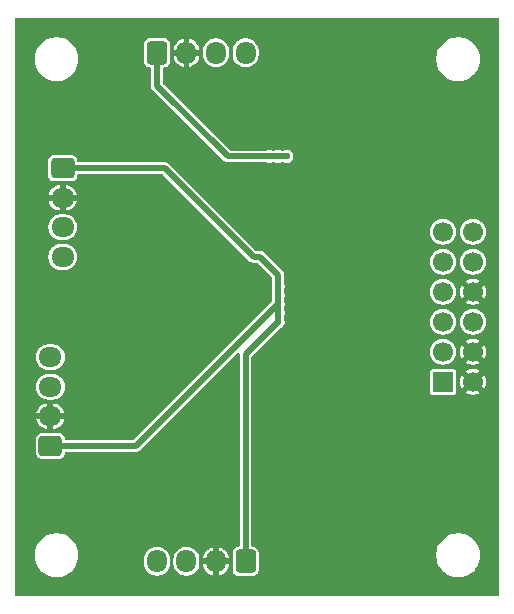
<source format=gbr>
%TF.GenerationSoftware,KiCad,Pcbnew,9.0.6*%
%TF.CreationDate,2025-12-29T21:08:54-05:00*%
%TF.ProjectId,plimsoll,706c696d-736f-46c6-9c2e-6b696361645f,rev?*%
%TF.SameCoordinates,Original*%
%TF.FileFunction,Copper,L4,Bot*%
%TF.FilePolarity,Positive*%
%FSLAX46Y46*%
G04 Gerber Fmt 4.6, Leading zero omitted, Abs format (unit mm)*
G04 Created by KiCad (PCBNEW 9.0.6) date 2025-12-29 21:08:54*
%MOMM*%
%LPD*%
G01*
G04 APERTURE LIST*
G04 Aperture macros list*
%AMRoundRect*
0 Rectangle with rounded corners*
0 $1 Rounding radius*
0 $2 $3 $4 $5 $6 $7 $8 $9 X,Y pos of 4 corners*
0 Add a 4 corners polygon primitive as box body*
4,1,4,$2,$3,$4,$5,$6,$7,$8,$9,$2,$3,0*
0 Add four circle primitives for the rounded corners*
1,1,$1+$1,$2,$3*
1,1,$1+$1,$4,$5*
1,1,$1+$1,$6,$7*
1,1,$1+$1,$8,$9*
0 Add four rect primitives between the rounded corners*
20,1,$1+$1,$2,$3,$4,$5,0*
20,1,$1+$1,$4,$5,$6,$7,0*
20,1,$1+$1,$6,$7,$8,$9,0*
20,1,$1+$1,$8,$9,$2,$3,0*%
G04 Aperture macros list end*
%TA.AperFunction,ComponentPad*%
%ADD10R,1.700000X1.700000*%
%TD*%
%TA.AperFunction,ComponentPad*%
%ADD11C,1.700000*%
%TD*%
%TA.AperFunction,ComponentPad*%
%ADD12RoundRect,0.250000X0.725000X-0.600000X0.725000X0.600000X-0.725000X0.600000X-0.725000X-0.600000X0*%
%TD*%
%TA.AperFunction,ComponentPad*%
%ADD13O,1.950000X1.700000*%
%TD*%
%TA.AperFunction,ComponentPad*%
%ADD14RoundRect,0.250000X0.600000X0.725000X-0.600000X0.725000X-0.600000X-0.725000X0.600000X-0.725000X0*%
%TD*%
%TA.AperFunction,ComponentPad*%
%ADD15O,1.700000X1.950000*%
%TD*%
%TA.AperFunction,ComponentPad*%
%ADD16RoundRect,0.250000X-0.725000X0.600000X-0.725000X-0.600000X0.725000X-0.600000X0.725000X0.600000X0*%
%TD*%
%TA.AperFunction,ComponentPad*%
%ADD17RoundRect,0.250000X-0.600000X-0.725000X0.600000X-0.725000X0.600000X0.725000X-0.600000X0.725000X0*%
%TD*%
%TA.AperFunction,ViaPad*%
%ADD18C,0.600000*%
%TD*%
%TA.AperFunction,Conductor*%
%ADD19C,0.200000*%
%TD*%
%TA.AperFunction,Conductor*%
%ADD20C,0.500000*%
%TD*%
G04 APERTURE END LIST*
D10*
%TO.P,J1,1,Pin_1*%
%TO.N,+5V*%
X136710000Y-131325000D03*
D11*
%TO.P,J1,2,Pin_2*%
%TO.N,GND*%
X139250000Y-131325000D03*
%TO.P,J1,3,Pin_3*%
%TO.N,/RSET*%
X136710000Y-128785000D03*
%TO.P,J1,4,Pin_4*%
%TO.N,GND*%
X139250000Y-128785000D03*
%TO.P,J1,5,Pin_5*%
%TO.N,/~{DRDY}*%
X136710000Y-126245000D03*
%TO.P,J1,6,Pin_6*%
%TO.N,/~{CS}*%
X139250000Y-126245000D03*
%TO.P,J1,7,Pin_7*%
%TO.N,/SCLK*%
X136710000Y-123705000D03*
%TO.P,J1,8,Pin_8*%
%TO.N,GND*%
X139250000Y-123705000D03*
%TO.P,J1,9,Pin_9*%
%TO.N,/DIN*%
X136710000Y-121165000D03*
%TO.P,J1,10,Pin_10*%
%TO.N,/DOUT*%
X139250000Y-121165000D03*
%TO.P,J1,11,Pin_11*%
%TO.N,/EXT_CLK*%
X136710000Y-118625000D03*
%TO.P,J1,12,Pin_12*%
%TO.N,+3V3*%
X139250000Y-118625000D03*
%TD*%
D12*
%TO.P,LC3,1,Pin_1*%
%TO.N,+3.3VADC*%
X103475000Y-136750000D03*
D13*
%TO.P,LC3,2,Pin_2*%
%TO.N,GND*%
X103475000Y-134250000D03*
%TO.P,LC3,3,Pin_3*%
%TO.N,/LC3_Signal-*%
X103475000Y-131750000D03*
%TO.P,LC3,4,Pin_4*%
%TO.N,/LC3_Signal+*%
X103475000Y-129250000D03*
%TD*%
D14*
%TO.P,LC4,1,Pin_1*%
%TO.N,+3.3VADC*%
X120000000Y-146525000D03*
D15*
%TO.P,LC4,2,Pin_2*%
%TO.N,GND*%
X117500000Y-146525000D03*
%TO.P,LC4,3,Pin_3*%
%TO.N,/LC4_Signal-*%
X115000000Y-146525000D03*
%TO.P,LC4,4,Pin_4*%
%TO.N,/LC4_Signal+*%
X112500000Y-146525000D03*
%TD*%
D16*
%TO.P,LC2,1,Pin_1*%
%TO.N,+3.3VADC*%
X104525000Y-113250000D03*
D13*
%TO.P,LC2,2,Pin_2*%
%TO.N,GND*%
X104525000Y-115750000D03*
%TO.P,LC2,3,Pin_3*%
%TO.N,/LC2_Signal-*%
X104525000Y-118250000D03*
%TO.P,LC2,4,Pin_4*%
%TO.N,/LC2_Signal+*%
X104525000Y-120750000D03*
%TD*%
D17*
%TO.P,LC1,1,Pin_1*%
%TO.N,+3.3VADC*%
X112500000Y-103475000D03*
D15*
%TO.P,LC1,2,Pin_2*%
%TO.N,GND*%
X115000000Y-103475000D03*
%TO.P,LC1,3,Pin_3*%
%TO.N,/LC1_Signal-*%
X117500000Y-103475000D03*
%TO.P,LC1,4,Pin_4*%
%TO.N,/LC1_Signal+*%
X120000000Y-103475000D03*
%TD*%
D18*
%TO.N,GND*%
X130750000Y-109250000D03*
X140500000Y-135000000D03*
X133500000Y-102000000D03*
X125500000Y-147750000D03*
X133250000Y-147750000D03*
X127000000Y-116000000D03*
X131750000Y-115000000D03*
X129000000Y-102500000D03*
X109500000Y-115000000D03*
X123250000Y-108250000D03*
X121000000Y-116000000D03*
X118750000Y-122250000D03*
X102750000Y-125000000D03*
X129500000Y-116000000D03*
X124600000Y-122500000D03*
X111500000Y-127750000D03*
X108500000Y-148250000D03*
X127000000Y-118000000D03*
X125750000Y-116000000D03*
X131500000Y-124000000D03*
X115000000Y-118500000D03*
X117250000Y-134500000D03*
X136250000Y-135000000D03*
X121000000Y-114000000D03*
X130250000Y-113750000D03*
X121250000Y-122450000D03*
X121000000Y-120000000D03*
X128500000Y-139750000D03*
X128000000Y-119500000D03*
X108250000Y-125500000D03*
X101750000Y-141250000D03*
X127000000Y-122000000D03*
X131750000Y-117500000D03*
X127250000Y-120000000D03*
X131500000Y-121750000D03*
X114500000Y-109500000D03*
X121000000Y-118000000D03*
X123750000Y-133750000D03*
%TO.N,+3.3VADC*%
X122000000Y-112250000D03*
X122750000Y-125500000D03*
X122750000Y-126250000D03*
X123500000Y-112250000D03*
X122750000Y-112250000D03*
X122750000Y-123250000D03*
X122750000Y-124000000D03*
X122750000Y-124750000D03*
%TD*%
D19*
%TO.N,GND*%
X124600000Y-122500000D02*
X126250000Y-122500000D01*
D20*
%TO.N,+3.3VADC*%
X118500000Y-112250000D02*
X112500000Y-106250000D01*
X122750000Y-123250000D02*
X122750000Y-122250000D01*
X122000000Y-112250000D02*
X118500000Y-112250000D01*
X122750000Y-126250000D02*
X120000000Y-129000000D01*
X122750000Y-124750000D02*
X110750000Y-136750000D01*
X122000000Y-112250000D02*
X123500000Y-112250000D01*
X122750000Y-124000000D02*
X122750000Y-124750000D01*
X122750000Y-122250000D02*
X121251000Y-120751000D01*
X112500000Y-106250000D02*
X112500000Y-103475000D01*
X113187925Y-113250000D02*
X104525000Y-113250000D01*
X120688925Y-120751000D02*
X113187925Y-113250000D01*
X110750000Y-136750000D02*
X103475000Y-136750000D01*
X121251000Y-120751000D02*
X120688925Y-120751000D01*
X120000000Y-129000000D02*
X120000000Y-146525000D01*
X122750000Y-123250000D02*
X122750000Y-124000000D01*
X122750000Y-124750000D02*
X122750000Y-126250000D01*
X122750000Y-124000000D02*
X122750000Y-124250000D01*
%TD*%
%TA.AperFunction,Conductor*%
%TO.N,GND*%
G36*
X141442539Y-100520185D02*
G01*
X141488294Y-100572989D01*
X141499500Y-100624500D01*
X141499500Y-149375500D01*
X141479815Y-149442539D01*
X141427011Y-149488294D01*
X141375500Y-149499500D01*
X100624500Y-149499500D01*
X100557461Y-149479815D01*
X100511706Y-149427011D01*
X100500500Y-149375500D01*
X100500500Y-145878711D01*
X102149500Y-145878711D01*
X102149500Y-146121288D01*
X102181161Y-146361785D01*
X102243947Y-146596104D01*
X102335303Y-146816657D01*
X102336776Y-146820212D01*
X102458064Y-147030289D01*
X102458066Y-147030292D01*
X102458067Y-147030293D01*
X102605733Y-147222736D01*
X102605739Y-147222743D01*
X102777256Y-147394260D01*
X102777262Y-147394265D01*
X102969711Y-147541936D01*
X103179788Y-147663224D01*
X103403900Y-147756054D01*
X103638211Y-147818838D01*
X103818586Y-147842584D01*
X103878711Y-147850500D01*
X103878712Y-147850500D01*
X104121289Y-147850500D01*
X104169388Y-147844167D01*
X104361789Y-147818838D01*
X104596100Y-147756054D01*
X104820212Y-147663224D01*
X105030289Y-147541936D01*
X105222738Y-147394265D01*
X105394265Y-147222738D01*
X105541936Y-147030289D01*
X105663224Y-146820212D01*
X105756054Y-146596100D01*
X105818838Y-146361789D01*
X105825210Y-146313389D01*
X111399500Y-146313389D01*
X111399500Y-146736610D01*
X111426579Y-146907585D01*
X111426598Y-146907701D01*
X111480127Y-147072445D01*
X111558768Y-147226788D01*
X111660586Y-147366928D01*
X111783072Y-147489414D01*
X111923212Y-147591232D01*
X112077555Y-147669873D01*
X112242299Y-147723402D01*
X112413389Y-147750500D01*
X112413390Y-147750500D01*
X112586610Y-147750500D01*
X112586611Y-147750500D01*
X112757701Y-147723402D01*
X112922445Y-147669873D01*
X113076788Y-147591232D01*
X113216928Y-147489414D01*
X113339414Y-147366928D01*
X113441232Y-147226788D01*
X113519873Y-147072445D01*
X113573402Y-146907701D01*
X113600500Y-146736611D01*
X113600500Y-146313389D01*
X113899500Y-146313389D01*
X113899500Y-146736610D01*
X113926579Y-146907585D01*
X113926598Y-146907701D01*
X113980127Y-147072445D01*
X114058768Y-147226788D01*
X114160586Y-147366928D01*
X114283072Y-147489414D01*
X114423212Y-147591232D01*
X114577555Y-147669873D01*
X114742299Y-147723402D01*
X114913389Y-147750500D01*
X114913390Y-147750500D01*
X115086610Y-147750500D01*
X115086611Y-147750500D01*
X115257701Y-147723402D01*
X115422445Y-147669873D01*
X115576788Y-147591232D01*
X115716928Y-147489414D01*
X115839414Y-147366928D01*
X115941232Y-147226788D01*
X116019873Y-147072445D01*
X116073402Y-146907701D01*
X116100500Y-146736611D01*
X116100500Y-146313389D01*
X116094420Y-146275000D01*
X116406086Y-146275000D01*
X117095854Y-146275000D01*
X117057370Y-146341657D01*
X117025000Y-146462465D01*
X117025000Y-146587535D01*
X117057370Y-146708343D01*
X117095854Y-146775000D01*
X116406086Y-146775000D01*
X116427086Y-146907585D01*
X116480591Y-147072257D01*
X116559195Y-147226524D01*
X116660967Y-147366602D01*
X116783397Y-147489032D01*
X116923475Y-147590804D01*
X117077744Y-147669408D01*
X117242415Y-147722914D01*
X117242414Y-147722914D01*
X117249999Y-147724115D01*
X117250000Y-147724114D01*
X117250000Y-146929145D01*
X117316657Y-146967630D01*
X117437465Y-147000000D01*
X117562535Y-147000000D01*
X117683343Y-146967630D01*
X117750000Y-146929145D01*
X117750000Y-147724115D01*
X117757584Y-147722914D01*
X117922255Y-147669408D01*
X118076524Y-147590804D01*
X118216602Y-147489032D01*
X118339032Y-147366602D01*
X118440804Y-147226524D01*
X118519408Y-147072257D01*
X118572913Y-146907585D01*
X118593914Y-146775000D01*
X117904146Y-146775000D01*
X117942630Y-146708343D01*
X117975000Y-146587535D01*
X117975000Y-146462465D01*
X117942630Y-146341657D01*
X117904146Y-146275000D01*
X118593914Y-146275000D01*
X118572913Y-146142414D01*
X118519408Y-145977742D01*
X118440804Y-145823475D01*
X118339032Y-145683397D01*
X118216602Y-145560967D01*
X118076524Y-145459195D01*
X117922257Y-145380591D01*
X117757589Y-145327087D01*
X117757581Y-145327085D01*
X117750000Y-145325884D01*
X117750000Y-146120854D01*
X117683343Y-146082370D01*
X117562535Y-146050000D01*
X117437465Y-146050000D01*
X117316657Y-146082370D01*
X117250000Y-146120854D01*
X117250000Y-145325884D01*
X117249999Y-145325884D01*
X117242418Y-145327085D01*
X117242410Y-145327087D01*
X117077742Y-145380591D01*
X116923475Y-145459195D01*
X116783397Y-145560967D01*
X116660967Y-145683397D01*
X116559195Y-145823475D01*
X116480591Y-145977742D01*
X116427086Y-146142414D01*
X116406086Y-146275000D01*
X116094420Y-146275000D01*
X116073402Y-146142299D01*
X116019873Y-145977555D01*
X115941232Y-145823212D01*
X115839414Y-145683072D01*
X115716928Y-145560586D01*
X115576788Y-145458768D01*
X115422445Y-145380127D01*
X115257701Y-145326598D01*
X115257699Y-145326597D01*
X115257698Y-145326597D01*
X115126271Y-145305781D01*
X115086611Y-145299500D01*
X114913389Y-145299500D01*
X114873728Y-145305781D01*
X114742302Y-145326597D01*
X114577552Y-145380128D01*
X114423211Y-145458768D01*
X114343256Y-145516859D01*
X114283072Y-145560586D01*
X114283070Y-145560588D01*
X114283069Y-145560588D01*
X114160588Y-145683069D01*
X114160588Y-145683070D01*
X114160586Y-145683072D01*
X114160350Y-145683397D01*
X114058768Y-145823211D01*
X113980128Y-145977552D01*
X113926597Y-146142302D01*
X113899500Y-146313389D01*
X113600500Y-146313389D01*
X113573402Y-146142299D01*
X113519873Y-145977555D01*
X113441232Y-145823212D01*
X113339414Y-145683072D01*
X113216928Y-145560586D01*
X113076788Y-145458768D01*
X112922445Y-145380127D01*
X112757701Y-145326598D01*
X112757699Y-145326597D01*
X112757698Y-145326597D01*
X112626271Y-145305781D01*
X112586611Y-145299500D01*
X112413389Y-145299500D01*
X112373728Y-145305781D01*
X112242302Y-145326597D01*
X112077552Y-145380128D01*
X111923211Y-145458768D01*
X111843256Y-145516859D01*
X111783072Y-145560586D01*
X111783070Y-145560588D01*
X111783069Y-145560588D01*
X111660588Y-145683069D01*
X111660588Y-145683070D01*
X111660586Y-145683072D01*
X111660350Y-145683397D01*
X111558768Y-145823211D01*
X111480128Y-145977552D01*
X111426597Y-146142302D01*
X111399500Y-146313389D01*
X105825210Y-146313389D01*
X105850500Y-146121288D01*
X105850500Y-145878712D01*
X105818838Y-145638211D01*
X105756054Y-145403900D01*
X105663224Y-145179788D01*
X105541936Y-144969711D01*
X105394265Y-144777262D01*
X105394260Y-144777256D01*
X105222743Y-144605739D01*
X105222736Y-144605733D01*
X105030293Y-144458067D01*
X105030292Y-144458066D01*
X105030289Y-144458064D01*
X104820212Y-144336776D01*
X104820205Y-144336773D01*
X104596104Y-144243947D01*
X104361785Y-144181161D01*
X104121289Y-144149500D01*
X104121288Y-144149500D01*
X103878712Y-144149500D01*
X103878711Y-144149500D01*
X103638214Y-144181161D01*
X103403895Y-144243947D01*
X103179794Y-144336773D01*
X103179785Y-144336777D01*
X102969706Y-144458067D01*
X102777263Y-144605733D01*
X102777256Y-144605739D01*
X102605739Y-144777256D01*
X102605733Y-144777263D01*
X102458067Y-144969706D01*
X102336777Y-145179785D01*
X102336773Y-145179794D01*
X102243947Y-145403895D01*
X102181161Y-145638214D01*
X102149500Y-145878711D01*
X100500500Y-145878711D01*
X100500500Y-136102135D01*
X102249500Y-136102135D01*
X102249500Y-137397870D01*
X102249501Y-137397876D01*
X102255908Y-137457483D01*
X102306202Y-137592328D01*
X102306206Y-137592335D01*
X102392452Y-137707544D01*
X102392455Y-137707547D01*
X102507664Y-137793793D01*
X102507671Y-137793797D01*
X102642517Y-137844091D01*
X102642516Y-137844091D01*
X102649444Y-137844835D01*
X102702127Y-137850500D01*
X104247872Y-137850499D01*
X104307483Y-137844091D01*
X104442331Y-137793796D01*
X104557546Y-137707546D01*
X104643796Y-137592331D01*
X104694091Y-137457483D01*
X104700500Y-137397873D01*
X104700500Y-137374500D01*
X104720185Y-137307461D01*
X104772989Y-137261706D01*
X104824500Y-137250500D01*
X110815890Y-137250500D01*
X110815892Y-137250500D01*
X110943186Y-137216392D01*
X111057314Y-137150500D01*
X119287819Y-128919995D01*
X119349142Y-128886510D01*
X119418834Y-128891494D01*
X119474767Y-128933366D01*
X119499184Y-128998830D01*
X119499500Y-129007676D01*
X119499500Y-145175500D01*
X119479815Y-145242539D01*
X119427011Y-145288294D01*
X119375505Y-145299500D01*
X119352132Y-145299500D01*
X119352123Y-145299501D01*
X119292516Y-145305908D01*
X119157671Y-145356202D01*
X119157664Y-145356206D01*
X119042455Y-145442452D01*
X119042452Y-145442455D01*
X118956206Y-145557664D01*
X118956202Y-145557671D01*
X118905908Y-145692517D01*
X118899501Y-145752116D01*
X118899501Y-145752123D01*
X118899500Y-145752135D01*
X118899500Y-147297870D01*
X118899501Y-147297876D01*
X118905908Y-147357483D01*
X118956202Y-147492328D01*
X118956206Y-147492335D01*
X119042452Y-147607544D01*
X119042455Y-147607547D01*
X119157664Y-147693793D01*
X119157671Y-147693797D01*
X119292517Y-147744091D01*
X119292516Y-147744091D01*
X119299444Y-147744835D01*
X119352127Y-147750500D01*
X120647872Y-147750499D01*
X120707483Y-147744091D01*
X120842331Y-147693796D01*
X120957546Y-147607546D01*
X121043796Y-147492331D01*
X121094091Y-147357483D01*
X121100500Y-147297873D01*
X121100499Y-145878711D01*
X136149500Y-145878711D01*
X136149500Y-146121288D01*
X136181161Y-146361785D01*
X136243947Y-146596104D01*
X136335303Y-146816657D01*
X136336776Y-146820212D01*
X136458064Y-147030289D01*
X136458066Y-147030292D01*
X136458067Y-147030293D01*
X136605733Y-147222736D01*
X136605739Y-147222743D01*
X136777256Y-147394260D01*
X136777262Y-147394265D01*
X136969711Y-147541936D01*
X137179788Y-147663224D01*
X137403900Y-147756054D01*
X137638211Y-147818838D01*
X137818586Y-147842584D01*
X137878711Y-147850500D01*
X137878712Y-147850500D01*
X138121289Y-147850500D01*
X138169388Y-147844167D01*
X138361789Y-147818838D01*
X138596100Y-147756054D01*
X138820212Y-147663224D01*
X139030289Y-147541936D01*
X139222738Y-147394265D01*
X139394265Y-147222738D01*
X139541936Y-147030289D01*
X139663224Y-146820212D01*
X139756054Y-146596100D01*
X139818838Y-146361789D01*
X139850500Y-146121288D01*
X139850500Y-145878712D01*
X139818838Y-145638211D01*
X139756054Y-145403900D01*
X139663224Y-145179788D01*
X139541936Y-144969711D01*
X139394265Y-144777262D01*
X139394260Y-144777256D01*
X139222743Y-144605739D01*
X139222736Y-144605733D01*
X139030293Y-144458067D01*
X139030292Y-144458066D01*
X139030289Y-144458064D01*
X138820212Y-144336776D01*
X138820205Y-144336773D01*
X138596104Y-144243947D01*
X138361785Y-144181161D01*
X138121289Y-144149500D01*
X138121288Y-144149500D01*
X137878712Y-144149500D01*
X137878711Y-144149500D01*
X137638214Y-144181161D01*
X137403895Y-144243947D01*
X137179794Y-144336773D01*
X137179785Y-144336777D01*
X136969706Y-144458067D01*
X136777263Y-144605733D01*
X136777256Y-144605739D01*
X136605739Y-144777256D01*
X136605733Y-144777263D01*
X136458067Y-144969706D01*
X136336777Y-145179785D01*
X136336773Y-145179794D01*
X136243947Y-145403895D01*
X136181161Y-145638214D01*
X136149500Y-145878711D01*
X121100499Y-145878711D01*
X121100499Y-145752128D01*
X121094091Y-145692517D01*
X121090689Y-145683397D01*
X121043797Y-145557671D01*
X121043793Y-145557664D01*
X120957547Y-145442455D01*
X120957544Y-145442452D01*
X120842335Y-145356206D01*
X120842328Y-145356202D01*
X120707482Y-145305908D01*
X120707483Y-145305908D01*
X120647883Y-145299501D01*
X120647881Y-145299500D01*
X120647873Y-145299500D01*
X120647865Y-145299500D01*
X120624500Y-145299500D01*
X120557461Y-145279815D01*
X120511706Y-145227011D01*
X120500500Y-145175500D01*
X120500500Y-130450321D01*
X135609500Y-130450321D01*
X135609500Y-132199678D01*
X135624032Y-132272735D01*
X135624033Y-132272739D01*
X135624034Y-132272740D01*
X135679399Y-132355601D01*
X135742726Y-132397914D01*
X135762260Y-132410966D01*
X135762264Y-132410967D01*
X135835321Y-132425499D01*
X135835324Y-132425500D01*
X135835326Y-132425500D01*
X137584676Y-132425500D01*
X137584677Y-132425499D01*
X137657740Y-132410966D01*
X137740601Y-132355601D01*
X137795966Y-132272740D01*
X137810500Y-132199674D01*
X137810500Y-131238428D01*
X138150000Y-131238428D01*
X138150000Y-131411571D01*
X138177085Y-131582584D01*
X138230592Y-131747259D01*
X138309196Y-131901525D01*
X138313709Y-131907736D01*
X138313709Y-131907737D01*
X138767037Y-131454409D01*
X138784075Y-131517993D01*
X138849901Y-131632007D01*
X138942993Y-131725099D01*
X139057007Y-131790925D01*
X139120589Y-131807962D01*
X138667261Y-132261289D01*
X138667262Y-132261290D01*
X138673471Y-132265801D01*
X138827742Y-132344408D01*
X138992415Y-132397914D01*
X139163429Y-132425000D01*
X139336571Y-132425000D01*
X139507584Y-132397914D01*
X139672257Y-132344408D01*
X139826525Y-132265803D01*
X139832736Y-132261289D01*
X139832737Y-132261289D01*
X139379410Y-131807962D01*
X139442993Y-131790925D01*
X139557007Y-131725099D01*
X139650099Y-131632007D01*
X139715925Y-131517993D01*
X139732962Y-131454409D01*
X140186289Y-131907736D01*
X140190803Y-131901525D01*
X140269408Y-131747257D01*
X140322914Y-131582584D01*
X140350000Y-131411571D01*
X140350000Y-131238428D01*
X140322914Y-131067415D01*
X140269408Y-130902742D01*
X140190801Y-130748471D01*
X140186290Y-130742262D01*
X140186289Y-130742261D01*
X139732962Y-131195589D01*
X139715925Y-131132007D01*
X139650099Y-131017993D01*
X139557007Y-130924901D01*
X139442993Y-130859075D01*
X139379409Y-130842037D01*
X139832737Y-130388709D01*
X139826525Y-130384196D01*
X139672259Y-130305592D01*
X139507584Y-130252085D01*
X139336571Y-130225000D01*
X139163429Y-130225000D01*
X138992415Y-130252085D01*
X138827740Y-130305592D01*
X138673480Y-130384193D01*
X138673463Y-130384203D01*
X138667261Y-130388708D01*
X138667261Y-130388709D01*
X139120590Y-130842037D01*
X139057007Y-130859075D01*
X138942993Y-130924901D01*
X138849901Y-131017993D01*
X138784075Y-131132007D01*
X138767037Y-131195590D01*
X138313709Y-130742261D01*
X138313708Y-130742261D01*
X138309203Y-130748463D01*
X138309193Y-130748480D01*
X138230592Y-130902740D01*
X138177085Y-131067415D01*
X138150000Y-131238428D01*
X137810500Y-131238428D01*
X137810500Y-130450326D01*
X137810500Y-130450322D01*
X137795967Y-130377264D01*
X137795966Y-130377260D01*
X137778086Y-130350500D01*
X137740601Y-130294399D01*
X137657740Y-130239034D01*
X137657739Y-130239033D01*
X137657735Y-130239032D01*
X137584677Y-130224500D01*
X137584674Y-130224500D01*
X135835326Y-130224500D01*
X135835323Y-130224500D01*
X135762264Y-130239032D01*
X135762260Y-130239033D01*
X135679399Y-130294399D01*
X135624033Y-130377260D01*
X135624032Y-130377264D01*
X135609500Y-130450321D01*
X120500500Y-130450321D01*
X120500500Y-129258674D01*
X120520185Y-129191635D01*
X120536814Y-129170998D01*
X121009423Y-128698389D01*
X135609500Y-128698389D01*
X135609500Y-128871610D01*
X135631050Y-129007676D01*
X135636598Y-129042701D01*
X135690127Y-129207445D01*
X135768768Y-129361788D01*
X135870586Y-129501928D01*
X135993072Y-129624414D01*
X136133212Y-129726232D01*
X136287555Y-129804873D01*
X136452299Y-129858402D01*
X136623389Y-129885500D01*
X136623390Y-129885500D01*
X136796610Y-129885500D01*
X136796611Y-129885500D01*
X136967701Y-129858402D01*
X137132445Y-129804873D01*
X137286788Y-129726232D01*
X137426928Y-129624414D01*
X137549414Y-129501928D01*
X137651232Y-129361788D01*
X137729873Y-129207445D01*
X137783402Y-129042701D01*
X137810500Y-128871611D01*
X137810500Y-128698428D01*
X138150000Y-128698428D01*
X138150000Y-128871571D01*
X138177085Y-129042584D01*
X138230592Y-129207259D01*
X138309196Y-129361525D01*
X138313709Y-129367736D01*
X138313709Y-129367737D01*
X138767037Y-128914409D01*
X138784075Y-128977993D01*
X138849901Y-129092007D01*
X138942993Y-129185099D01*
X139057007Y-129250925D01*
X139120589Y-129267962D01*
X138667261Y-129721289D01*
X138667262Y-129721290D01*
X138673471Y-129725801D01*
X138827742Y-129804408D01*
X138992415Y-129857914D01*
X139163429Y-129885000D01*
X139336571Y-129885000D01*
X139507584Y-129857914D01*
X139672257Y-129804408D01*
X139826525Y-129725803D01*
X139832736Y-129721289D01*
X139832737Y-129721289D01*
X139379410Y-129267962D01*
X139442993Y-129250925D01*
X139557007Y-129185099D01*
X139650099Y-129092007D01*
X139715925Y-128977993D01*
X139732962Y-128914409D01*
X140186289Y-129367736D01*
X140190803Y-129361525D01*
X140269408Y-129207257D01*
X140322914Y-129042584D01*
X140350000Y-128871571D01*
X140350000Y-128698428D01*
X140322914Y-128527415D01*
X140269408Y-128362742D01*
X140190801Y-128208471D01*
X140186290Y-128202262D01*
X140186289Y-128202261D01*
X139732962Y-128655589D01*
X139715925Y-128592007D01*
X139650099Y-128477993D01*
X139557007Y-128384901D01*
X139442993Y-128319075D01*
X139379409Y-128302037D01*
X139832737Y-127848709D01*
X139826525Y-127844196D01*
X139672259Y-127765592D01*
X139507584Y-127712085D01*
X139336571Y-127685000D01*
X139163429Y-127685000D01*
X138992415Y-127712085D01*
X138827740Y-127765592D01*
X138673480Y-127844193D01*
X138673463Y-127844203D01*
X138667261Y-127848708D01*
X138667261Y-127848709D01*
X139120590Y-128302037D01*
X139057007Y-128319075D01*
X138942993Y-128384901D01*
X138849901Y-128477993D01*
X138784075Y-128592007D01*
X138767037Y-128655590D01*
X138313709Y-128202261D01*
X138313708Y-128202261D01*
X138309203Y-128208463D01*
X138309193Y-128208480D01*
X138230592Y-128362740D01*
X138177085Y-128527415D01*
X138150000Y-128698428D01*
X137810500Y-128698428D01*
X137810500Y-128698389D01*
X137783402Y-128527299D01*
X137729873Y-128362555D01*
X137651232Y-128208212D01*
X137549414Y-128068072D01*
X137426928Y-127945586D01*
X137286788Y-127843768D01*
X137132445Y-127765127D01*
X136967701Y-127711598D01*
X136967699Y-127711597D01*
X136967698Y-127711597D01*
X136836271Y-127690781D01*
X136796611Y-127684500D01*
X136623389Y-127684500D01*
X136583728Y-127690781D01*
X136452302Y-127711597D01*
X136287552Y-127765128D01*
X136133211Y-127843768D01*
X136053256Y-127901859D01*
X135993072Y-127945586D01*
X135993070Y-127945588D01*
X135993069Y-127945588D01*
X135870588Y-128068069D01*
X135870588Y-128068070D01*
X135870586Y-128068072D01*
X135826859Y-128128256D01*
X135768768Y-128208211D01*
X135690128Y-128362552D01*
X135636597Y-128527302D01*
X135609500Y-128698389D01*
X121009423Y-128698389D01*
X122914904Y-126792907D01*
X122955135Y-126766028D01*
X122962478Y-126762985D01*
X122962485Y-126762984D01*
X123088015Y-126690509D01*
X123190509Y-126588015D01*
X123262984Y-126462485D01*
X123300500Y-126322475D01*
X123300500Y-126177525D01*
X123295372Y-126158389D01*
X135609500Y-126158389D01*
X135609500Y-126331611D01*
X135636598Y-126502701D01*
X135690127Y-126667445D01*
X135768768Y-126821788D01*
X135870586Y-126961928D01*
X135993072Y-127084414D01*
X136133212Y-127186232D01*
X136287555Y-127264873D01*
X136452299Y-127318402D01*
X136623389Y-127345500D01*
X136623390Y-127345500D01*
X136796610Y-127345500D01*
X136796611Y-127345500D01*
X136967701Y-127318402D01*
X137132445Y-127264873D01*
X137286788Y-127186232D01*
X137426928Y-127084414D01*
X137549414Y-126961928D01*
X137651232Y-126821788D01*
X137729873Y-126667445D01*
X137783402Y-126502701D01*
X137810500Y-126331611D01*
X137810500Y-126158389D01*
X138149500Y-126158389D01*
X138149500Y-126331611D01*
X138176598Y-126502701D01*
X138230127Y-126667445D01*
X138308768Y-126821788D01*
X138410586Y-126961928D01*
X138533072Y-127084414D01*
X138673212Y-127186232D01*
X138827555Y-127264873D01*
X138992299Y-127318402D01*
X139163389Y-127345500D01*
X139163390Y-127345500D01*
X139336610Y-127345500D01*
X139336611Y-127345500D01*
X139507701Y-127318402D01*
X139672445Y-127264873D01*
X139826788Y-127186232D01*
X139966928Y-127084414D01*
X140089414Y-126961928D01*
X140191232Y-126821788D01*
X140269873Y-126667445D01*
X140323402Y-126502701D01*
X140350500Y-126331611D01*
X140350500Y-126158389D01*
X140323402Y-125987299D01*
X140269873Y-125822555D01*
X140191232Y-125668212D01*
X140089414Y-125528072D01*
X139966928Y-125405586D01*
X139826788Y-125303768D01*
X139672445Y-125225127D01*
X139507701Y-125171598D01*
X139507699Y-125171597D01*
X139507698Y-125171597D01*
X139376271Y-125150781D01*
X139336611Y-125144500D01*
X139163389Y-125144500D01*
X139123728Y-125150781D01*
X138992302Y-125171597D01*
X138827552Y-125225128D01*
X138673211Y-125303768D01*
X138593256Y-125361859D01*
X138533072Y-125405586D01*
X138533070Y-125405588D01*
X138533069Y-125405588D01*
X138410588Y-125528069D01*
X138410588Y-125528070D01*
X138410586Y-125528072D01*
X138378325Y-125572475D01*
X138308768Y-125668211D01*
X138230128Y-125822552D01*
X138176597Y-125987302D01*
X138149500Y-126158389D01*
X137810500Y-126158389D01*
X137783402Y-125987299D01*
X137729873Y-125822555D01*
X137651232Y-125668212D01*
X137549414Y-125528072D01*
X137426928Y-125405586D01*
X137286788Y-125303768D01*
X137132445Y-125225127D01*
X136967701Y-125171598D01*
X136967699Y-125171597D01*
X136967698Y-125171597D01*
X136836271Y-125150781D01*
X136796611Y-125144500D01*
X136623389Y-125144500D01*
X136583728Y-125150781D01*
X136452302Y-125171597D01*
X136287552Y-125225128D01*
X136133211Y-125303768D01*
X136053256Y-125361859D01*
X135993072Y-125405586D01*
X135993070Y-125405588D01*
X135993069Y-125405588D01*
X135870588Y-125528069D01*
X135870588Y-125528070D01*
X135870586Y-125528072D01*
X135838325Y-125572475D01*
X135768768Y-125668211D01*
X135690128Y-125822552D01*
X135636597Y-125987302D01*
X135609500Y-126158389D01*
X123295372Y-126158389D01*
X123262984Y-126037515D01*
X123259294Y-126031125D01*
X123255108Y-126016198D01*
X123255226Y-126006472D01*
X123250500Y-125982710D01*
X123250500Y-125767288D01*
X123259941Y-125719831D01*
X123262982Y-125712488D01*
X123262981Y-125712488D01*
X123262984Y-125712485D01*
X123300500Y-125572475D01*
X123300500Y-125427525D01*
X123262984Y-125287515D01*
X123262983Y-125287513D01*
X123259937Y-125280159D01*
X123258310Y-125271983D01*
X123255523Y-125267645D01*
X123250500Y-125232710D01*
X123250500Y-125017288D01*
X123259941Y-124969831D01*
X123262982Y-124962488D01*
X123262981Y-124962488D01*
X123262984Y-124962485D01*
X123300500Y-124822475D01*
X123300500Y-124677525D01*
X123262984Y-124537515D01*
X123262983Y-124537513D01*
X123259937Y-124530159D01*
X123258310Y-124521983D01*
X123255523Y-124517645D01*
X123250500Y-124482710D01*
X123250500Y-124267288D01*
X123259941Y-124219831D01*
X123262982Y-124212488D01*
X123262981Y-124212488D01*
X123262984Y-124212485D01*
X123300500Y-124072475D01*
X123300500Y-123927525D01*
X123262984Y-123787515D01*
X123262983Y-123787513D01*
X123259937Y-123780159D01*
X123258310Y-123771983D01*
X123255523Y-123767645D01*
X123250500Y-123732710D01*
X123250500Y-123618389D01*
X135609500Y-123618389D01*
X135609500Y-123791610D01*
X135631026Y-123927525D01*
X135636598Y-123962701D01*
X135690127Y-124127445D01*
X135768768Y-124281788D01*
X135870586Y-124421928D01*
X135993072Y-124544414D01*
X136133212Y-124646232D01*
X136287555Y-124724873D01*
X136452299Y-124778402D01*
X136623389Y-124805500D01*
X136623390Y-124805500D01*
X136796610Y-124805500D01*
X136796611Y-124805500D01*
X136967701Y-124778402D01*
X137132445Y-124724873D01*
X137286788Y-124646232D01*
X137426928Y-124544414D01*
X137549414Y-124421928D01*
X137651232Y-124281788D01*
X137729873Y-124127445D01*
X137783402Y-123962701D01*
X137810500Y-123791611D01*
X137810500Y-123618428D01*
X138150000Y-123618428D01*
X138150000Y-123791571D01*
X138177085Y-123962584D01*
X138230592Y-124127259D01*
X138309196Y-124281525D01*
X138313709Y-124287736D01*
X138313709Y-124287737D01*
X138767037Y-123834409D01*
X138784075Y-123897993D01*
X138849901Y-124012007D01*
X138942993Y-124105099D01*
X139057007Y-124170925D01*
X139120589Y-124187962D01*
X138667261Y-124641289D01*
X138667262Y-124641290D01*
X138673471Y-124645801D01*
X138827742Y-124724408D01*
X138992415Y-124777914D01*
X139163429Y-124805000D01*
X139336571Y-124805000D01*
X139507584Y-124777914D01*
X139672257Y-124724408D01*
X139826525Y-124645803D01*
X139832736Y-124641289D01*
X139832737Y-124641289D01*
X139379410Y-124187962D01*
X139442993Y-124170925D01*
X139557007Y-124105099D01*
X139650099Y-124012007D01*
X139715925Y-123897993D01*
X139732962Y-123834409D01*
X140186289Y-124287736D01*
X140190803Y-124281525D01*
X140269408Y-124127257D01*
X140322914Y-123962584D01*
X140350000Y-123791571D01*
X140350000Y-123618428D01*
X140322914Y-123447415D01*
X140269408Y-123282742D01*
X140190801Y-123128471D01*
X140186290Y-123122262D01*
X140186289Y-123122261D01*
X139732962Y-123575589D01*
X139715925Y-123512007D01*
X139650099Y-123397993D01*
X139557007Y-123304901D01*
X139442993Y-123239075D01*
X139379409Y-123222037D01*
X139832737Y-122768709D01*
X139826525Y-122764196D01*
X139672259Y-122685592D01*
X139507584Y-122632085D01*
X139336571Y-122605000D01*
X139163429Y-122605000D01*
X138992415Y-122632085D01*
X138827740Y-122685592D01*
X138673480Y-122764193D01*
X138673463Y-122764203D01*
X138667261Y-122768708D01*
X138667261Y-122768709D01*
X139120590Y-123222037D01*
X139057007Y-123239075D01*
X138942993Y-123304901D01*
X138849901Y-123397993D01*
X138784075Y-123512007D01*
X138767037Y-123575590D01*
X138313709Y-123122261D01*
X138313708Y-123122261D01*
X138309203Y-123128463D01*
X138309193Y-123128480D01*
X138230592Y-123282740D01*
X138177085Y-123447415D01*
X138150000Y-123618428D01*
X137810500Y-123618428D01*
X137810500Y-123618389D01*
X137783402Y-123447299D01*
X137729873Y-123282555D01*
X137651232Y-123128212D01*
X137549414Y-122988072D01*
X137426928Y-122865586D01*
X137286788Y-122763768D01*
X137132445Y-122685127D01*
X136967701Y-122631598D01*
X136967699Y-122631597D01*
X136967698Y-122631597D01*
X136836271Y-122610781D01*
X136796611Y-122604500D01*
X136623389Y-122604500D01*
X136583728Y-122610781D01*
X136452302Y-122631597D01*
X136287552Y-122685128D01*
X136133211Y-122763768D01*
X136053256Y-122821859D01*
X135993072Y-122865586D01*
X135993070Y-122865588D01*
X135993069Y-122865588D01*
X135870588Y-122988069D01*
X135870588Y-122988070D01*
X135870586Y-122988072D01*
X135826859Y-123048256D01*
X135768768Y-123128211D01*
X135690128Y-123282552D01*
X135636597Y-123447302D01*
X135609500Y-123618389D01*
X123250500Y-123618389D01*
X123250500Y-123517288D01*
X123259941Y-123469831D01*
X123262982Y-123462488D01*
X123262981Y-123462488D01*
X123262984Y-123462485D01*
X123300500Y-123322475D01*
X123300500Y-123177525D01*
X123262984Y-123037515D01*
X123262983Y-123037513D01*
X123259937Y-123030159D01*
X123250500Y-122982710D01*
X123250500Y-122184110D01*
X123250500Y-122184108D01*
X123216392Y-122056814D01*
X123150500Y-121942686D01*
X123057314Y-121849500D01*
X122286203Y-121078389D01*
X135609500Y-121078389D01*
X135609500Y-121251611D01*
X135636598Y-121422701D01*
X135690127Y-121587445D01*
X135768768Y-121741788D01*
X135870586Y-121881928D01*
X135993072Y-122004414D01*
X136133212Y-122106232D01*
X136287555Y-122184873D01*
X136452299Y-122238402D01*
X136623389Y-122265500D01*
X136623390Y-122265500D01*
X136796610Y-122265500D01*
X136796611Y-122265500D01*
X136967701Y-122238402D01*
X137132445Y-122184873D01*
X137286788Y-122106232D01*
X137426928Y-122004414D01*
X137549414Y-121881928D01*
X137651232Y-121741788D01*
X137729873Y-121587445D01*
X137783402Y-121422701D01*
X137810500Y-121251611D01*
X137810500Y-121078389D01*
X138149500Y-121078389D01*
X138149500Y-121251611D01*
X138176598Y-121422701D01*
X138230127Y-121587445D01*
X138308768Y-121741788D01*
X138410586Y-121881928D01*
X138533072Y-122004414D01*
X138673212Y-122106232D01*
X138827555Y-122184873D01*
X138992299Y-122238402D01*
X139163389Y-122265500D01*
X139163390Y-122265500D01*
X139336610Y-122265500D01*
X139336611Y-122265500D01*
X139507701Y-122238402D01*
X139672445Y-122184873D01*
X139826788Y-122106232D01*
X139966928Y-122004414D01*
X140089414Y-121881928D01*
X140191232Y-121741788D01*
X140269873Y-121587445D01*
X140323402Y-121422701D01*
X140350500Y-121251611D01*
X140350500Y-121078389D01*
X140323402Y-120907299D01*
X140269873Y-120742555D01*
X140191232Y-120588212D01*
X140089414Y-120448072D01*
X139966928Y-120325586D01*
X139826788Y-120223768D01*
X139672445Y-120145127D01*
X139507701Y-120091598D01*
X139507699Y-120091597D01*
X139507698Y-120091597D01*
X139376271Y-120070781D01*
X139336611Y-120064500D01*
X139163389Y-120064500D01*
X139123728Y-120070781D01*
X138992302Y-120091597D01*
X138827552Y-120145128D01*
X138673211Y-120223768D01*
X138593256Y-120281859D01*
X138533072Y-120325586D01*
X138533070Y-120325588D01*
X138533069Y-120325588D01*
X138410588Y-120448069D01*
X138410588Y-120448070D01*
X138410586Y-120448072D01*
X138378453Y-120492299D01*
X138308768Y-120588211D01*
X138230128Y-120742552D01*
X138176597Y-120907302D01*
X138160696Y-121007701D01*
X138149500Y-121078389D01*
X137810500Y-121078389D01*
X137783402Y-120907299D01*
X137729873Y-120742555D01*
X137651232Y-120588212D01*
X137549414Y-120448072D01*
X137426928Y-120325586D01*
X137286788Y-120223768D01*
X137132445Y-120145127D01*
X136967701Y-120091598D01*
X136967699Y-120091597D01*
X136967698Y-120091597D01*
X136836271Y-120070781D01*
X136796611Y-120064500D01*
X136623389Y-120064500D01*
X136583728Y-120070781D01*
X136452302Y-120091597D01*
X136287552Y-120145128D01*
X136133211Y-120223768D01*
X136053256Y-120281859D01*
X135993072Y-120325586D01*
X135993070Y-120325588D01*
X135993069Y-120325588D01*
X135870588Y-120448069D01*
X135870588Y-120448070D01*
X135870586Y-120448072D01*
X135838453Y-120492299D01*
X135768768Y-120588211D01*
X135690128Y-120742552D01*
X135636597Y-120907302D01*
X135620696Y-121007701D01*
X135609500Y-121078389D01*
X122286203Y-121078389D01*
X121558314Y-120350500D01*
X121501250Y-120317554D01*
X121444187Y-120284608D01*
X121380539Y-120267554D01*
X121316892Y-120250500D01*
X121316891Y-120250500D01*
X120947601Y-120250500D01*
X120880562Y-120230815D01*
X120859920Y-120214181D01*
X119184128Y-118538389D01*
X135609500Y-118538389D01*
X135609500Y-118711611D01*
X135636598Y-118882701D01*
X135690127Y-119047445D01*
X135768768Y-119201788D01*
X135870586Y-119341928D01*
X135993072Y-119464414D01*
X136133212Y-119566232D01*
X136287555Y-119644873D01*
X136452299Y-119698402D01*
X136623389Y-119725500D01*
X136623390Y-119725500D01*
X136796610Y-119725500D01*
X136796611Y-119725500D01*
X136967701Y-119698402D01*
X137132445Y-119644873D01*
X137286788Y-119566232D01*
X137426928Y-119464414D01*
X137549414Y-119341928D01*
X137651232Y-119201788D01*
X137729873Y-119047445D01*
X137783402Y-118882701D01*
X137810500Y-118711611D01*
X137810500Y-118538389D01*
X138149500Y-118538389D01*
X138149500Y-118711611D01*
X138176598Y-118882701D01*
X138230127Y-119047445D01*
X138308768Y-119201788D01*
X138410586Y-119341928D01*
X138533072Y-119464414D01*
X138673212Y-119566232D01*
X138827555Y-119644873D01*
X138992299Y-119698402D01*
X139163389Y-119725500D01*
X139163390Y-119725500D01*
X139336610Y-119725500D01*
X139336611Y-119725500D01*
X139507701Y-119698402D01*
X139672445Y-119644873D01*
X139826788Y-119566232D01*
X139966928Y-119464414D01*
X140089414Y-119341928D01*
X140191232Y-119201788D01*
X140269873Y-119047445D01*
X140323402Y-118882701D01*
X140350500Y-118711611D01*
X140350500Y-118538389D01*
X140323402Y-118367299D01*
X140269873Y-118202555D01*
X140191232Y-118048212D01*
X140089414Y-117908072D01*
X139966928Y-117785586D01*
X139826788Y-117683768D01*
X139672445Y-117605127D01*
X139507701Y-117551598D01*
X139507699Y-117551597D01*
X139507698Y-117551597D01*
X139376271Y-117530781D01*
X139336611Y-117524500D01*
X139163389Y-117524500D01*
X139123728Y-117530781D01*
X138992302Y-117551597D01*
X138827552Y-117605128D01*
X138673211Y-117683768D01*
X138593256Y-117741859D01*
X138533072Y-117785586D01*
X138533070Y-117785588D01*
X138533069Y-117785588D01*
X138410588Y-117908069D01*
X138410588Y-117908070D01*
X138410586Y-117908072D01*
X138366859Y-117968256D01*
X138308768Y-118048211D01*
X138230128Y-118202552D01*
X138176597Y-118367302D01*
X138149500Y-118538389D01*
X137810500Y-118538389D01*
X137783402Y-118367299D01*
X137729873Y-118202555D01*
X137651232Y-118048212D01*
X137549414Y-117908072D01*
X137426928Y-117785586D01*
X137286788Y-117683768D01*
X137132445Y-117605127D01*
X136967701Y-117551598D01*
X136967699Y-117551597D01*
X136967698Y-117551597D01*
X136836271Y-117530781D01*
X136796611Y-117524500D01*
X136623389Y-117524500D01*
X136583728Y-117530781D01*
X136452302Y-117551597D01*
X136287552Y-117605128D01*
X136133211Y-117683768D01*
X136053256Y-117741859D01*
X135993072Y-117785586D01*
X135993070Y-117785588D01*
X135993069Y-117785588D01*
X135870588Y-117908069D01*
X135870588Y-117908070D01*
X135870586Y-117908072D01*
X135826859Y-117968256D01*
X135768768Y-118048211D01*
X135690128Y-118202552D01*
X135636597Y-118367302D01*
X135609500Y-118538389D01*
X119184128Y-118538389D01*
X113495241Y-112849502D01*
X113495239Y-112849500D01*
X113410369Y-112800500D01*
X113381112Y-112783608D01*
X113304133Y-112762982D01*
X113253817Y-112749500D01*
X113253816Y-112749500D01*
X105874499Y-112749500D01*
X105807460Y-112729815D01*
X105761705Y-112677011D01*
X105750499Y-112625500D01*
X105750499Y-112602129D01*
X105750498Y-112602123D01*
X105750497Y-112602116D01*
X105744091Y-112542517D01*
X105693796Y-112407669D01*
X105693795Y-112407668D01*
X105693793Y-112407664D01*
X105607547Y-112292455D01*
X105607544Y-112292452D01*
X105492335Y-112206206D01*
X105492328Y-112206202D01*
X105357482Y-112155908D01*
X105357483Y-112155908D01*
X105297883Y-112149501D01*
X105297881Y-112149500D01*
X105297873Y-112149500D01*
X105297864Y-112149500D01*
X103752129Y-112149500D01*
X103752123Y-112149501D01*
X103692516Y-112155908D01*
X103557671Y-112206202D01*
X103557664Y-112206206D01*
X103442455Y-112292452D01*
X103442452Y-112292455D01*
X103356206Y-112407664D01*
X103356202Y-112407671D01*
X103305908Y-112542517D01*
X103301017Y-112588015D01*
X103299501Y-112602123D01*
X103299500Y-112602135D01*
X103299500Y-113897870D01*
X103299501Y-113897876D01*
X103305908Y-113957483D01*
X103356202Y-114092328D01*
X103356206Y-114092335D01*
X103442452Y-114207544D01*
X103442455Y-114207547D01*
X103557664Y-114293793D01*
X103557671Y-114293797D01*
X103692517Y-114344091D01*
X103692516Y-114344091D01*
X103699444Y-114344835D01*
X103752127Y-114350500D01*
X105297872Y-114350499D01*
X105357483Y-114344091D01*
X105492331Y-114293796D01*
X105607546Y-114207546D01*
X105693796Y-114092331D01*
X105744091Y-113957483D01*
X105750500Y-113897873D01*
X105750500Y-113874500D01*
X105770185Y-113807461D01*
X105822989Y-113761706D01*
X105874500Y-113750500D01*
X112929249Y-113750500D01*
X112996288Y-113770185D01*
X113016930Y-113786819D01*
X120381611Y-121151500D01*
X120495739Y-121217392D01*
X120623033Y-121251500D01*
X120754818Y-121251500D01*
X120992324Y-121251500D01*
X121059363Y-121271185D01*
X121080005Y-121287819D01*
X122213181Y-122420995D01*
X122246666Y-122482318D01*
X122249500Y-122508676D01*
X122249500Y-122982710D01*
X122240063Y-123030159D01*
X122237016Y-123037513D01*
X122218258Y-123107520D01*
X122199500Y-123177525D01*
X122199500Y-123322475D01*
X122232947Y-123447299D01*
X122237017Y-123462488D01*
X122240059Y-123469831D01*
X122241686Y-123478010D01*
X122244477Y-123482353D01*
X122249500Y-123517288D01*
X122249500Y-123732710D01*
X122240063Y-123780159D01*
X122237016Y-123787513D01*
X122235918Y-123791611D01*
X122199500Y-123927525D01*
X122199500Y-124072475D01*
X122237016Y-124212485D01*
X122237017Y-124212488D01*
X122240059Y-124219831D01*
X122241686Y-124228010D01*
X122244477Y-124232353D01*
X122249500Y-124267288D01*
X122249500Y-124482712D01*
X122240058Y-124530172D01*
X122233968Y-124544872D01*
X122207091Y-124585093D01*
X110579005Y-136213181D01*
X110517682Y-136246666D01*
X110491324Y-136249500D01*
X104824499Y-136249500D01*
X104757460Y-136229815D01*
X104711705Y-136177011D01*
X104700499Y-136125500D01*
X104700499Y-136102129D01*
X104700498Y-136102123D01*
X104700497Y-136102116D01*
X104694091Y-136042517D01*
X104643796Y-135907669D01*
X104643795Y-135907668D01*
X104643793Y-135907664D01*
X104557547Y-135792455D01*
X104557544Y-135792452D01*
X104442335Y-135706206D01*
X104442328Y-135706202D01*
X104307482Y-135655908D01*
X104307483Y-135655908D01*
X104247883Y-135649501D01*
X104247881Y-135649500D01*
X104247873Y-135649500D01*
X104247864Y-135649500D01*
X102702129Y-135649500D01*
X102702123Y-135649501D01*
X102642516Y-135655908D01*
X102507671Y-135706202D01*
X102507664Y-135706206D01*
X102392455Y-135792452D01*
X102392452Y-135792455D01*
X102306206Y-135907664D01*
X102306202Y-135907671D01*
X102255908Y-136042517D01*
X102249501Y-136102116D01*
X102249501Y-136102123D01*
X102249500Y-136102135D01*
X100500500Y-136102135D01*
X100500500Y-133999999D01*
X102275884Y-133999999D01*
X102275885Y-134000000D01*
X103070854Y-134000000D01*
X103032370Y-134066657D01*
X103000000Y-134187465D01*
X103000000Y-134312535D01*
X103032370Y-134433343D01*
X103070854Y-134500000D01*
X102275885Y-134500000D01*
X102277085Y-134507584D01*
X102330591Y-134672255D01*
X102409195Y-134826524D01*
X102510967Y-134966602D01*
X102633397Y-135089032D01*
X102773475Y-135190804D01*
X102927744Y-135269408D01*
X103092415Y-135322913D01*
X103225000Y-135343913D01*
X103225000Y-134654145D01*
X103291657Y-134692630D01*
X103412465Y-134725000D01*
X103537535Y-134725000D01*
X103658343Y-134692630D01*
X103725000Y-134654145D01*
X103725000Y-135343912D01*
X103857584Y-135322913D01*
X104022255Y-135269408D01*
X104176524Y-135190804D01*
X104316602Y-135089032D01*
X104439032Y-134966602D01*
X104540804Y-134826524D01*
X104619408Y-134672255D01*
X104672914Y-134507584D01*
X104674115Y-134500000D01*
X103879146Y-134500000D01*
X103917630Y-134433343D01*
X103950000Y-134312535D01*
X103950000Y-134187465D01*
X103917630Y-134066657D01*
X103879146Y-134000000D01*
X104674115Y-134000000D01*
X104674115Y-133999999D01*
X104672914Y-133992415D01*
X104619408Y-133827744D01*
X104540804Y-133673475D01*
X104439032Y-133533397D01*
X104316602Y-133410967D01*
X104176524Y-133309195D01*
X104022257Y-133230591D01*
X103857585Y-133177086D01*
X103725000Y-133156086D01*
X103725000Y-133845854D01*
X103658343Y-133807370D01*
X103537535Y-133775000D01*
X103412465Y-133775000D01*
X103291657Y-133807370D01*
X103225000Y-133845854D01*
X103225000Y-133156086D01*
X103092414Y-133177086D01*
X102927742Y-133230591D01*
X102773475Y-133309195D01*
X102633397Y-133410967D01*
X102510967Y-133533397D01*
X102409195Y-133673475D01*
X102330591Y-133827744D01*
X102277085Y-133992415D01*
X102275884Y-133999999D01*
X100500500Y-133999999D01*
X100500500Y-131663389D01*
X102249500Y-131663389D01*
X102249500Y-131836611D01*
X102276598Y-132007701D01*
X102330127Y-132172445D01*
X102408768Y-132326788D01*
X102510586Y-132466928D01*
X102633072Y-132589414D01*
X102773212Y-132691232D01*
X102927555Y-132769873D01*
X103092299Y-132823402D01*
X103263389Y-132850500D01*
X103263390Y-132850500D01*
X103686610Y-132850500D01*
X103686611Y-132850500D01*
X103857701Y-132823402D01*
X104022445Y-132769873D01*
X104176788Y-132691232D01*
X104316928Y-132589414D01*
X104439414Y-132466928D01*
X104541232Y-132326788D01*
X104619873Y-132172445D01*
X104673402Y-132007701D01*
X104700500Y-131836611D01*
X104700500Y-131663389D01*
X104673402Y-131492299D01*
X104619873Y-131327555D01*
X104541232Y-131173212D01*
X104439414Y-131033072D01*
X104316928Y-130910586D01*
X104176788Y-130808768D01*
X104058432Y-130748463D01*
X104022447Y-130730128D01*
X104022446Y-130730127D01*
X104022445Y-130730127D01*
X103857701Y-130676598D01*
X103857699Y-130676597D01*
X103857698Y-130676597D01*
X103726271Y-130655781D01*
X103686611Y-130649500D01*
X103263389Y-130649500D01*
X103223728Y-130655781D01*
X103092302Y-130676597D01*
X102927552Y-130730128D01*
X102773211Y-130808768D01*
X102693256Y-130866859D01*
X102633072Y-130910586D01*
X102633070Y-130910588D01*
X102633069Y-130910588D01*
X102510588Y-131033069D01*
X102510588Y-131033070D01*
X102510586Y-131033072D01*
X102466859Y-131093256D01*
X102408768Y-131173211D01*
X102330128Y-131327552D01*
X102276597Y-131492302D01*
X102272528Y-131517993D01*
X102249500Y-131663389D01*
X100500500Y-131663389D01*
X100500500Y-129163389D01*
X102249500Y-129163389D01*
X102249500Y-129336610D01*
X102275683Y-129501929D01*
X102276598Y-129507701D01*
X102330127Y-129672445D01*
X102408768Y-129826788D01*
X102510586Y-129966928D01*
X102633072Y-130089414D01*
X102773212Y-130191232D01*
X102927555Y-130269873D01*
X103092299Y-130323402D01*
X103263389Y-130350500D01*
X103263390Y-130350500D01*
X103686610Y-130350500D01*
X103686611Y-130350500D01*
X103857701Y-130323402D01*
X104022445Y-130269873D01*
X104176788Y-130191232D01*
X104316928Y-130089414D01*
X104439414Y-129966928D01*
X104541232Y-129826788D01*
X104619873Y-129672445D01*
X104673402Y-129507701D01*
X104700500Y-129336611D01*
X104700500Y-129163389D01*
X104673402Y-128992299D01*
X104619873Y-128827555D01*
X104541232Y-128673212D01*
X104439414Y-128533072D01*
X104316928Y-128410586D01*
X104176788Y-128308768D01*
X104022445Y-128230127D01*
X103857701Y-128176598D01*
X103857699Y-128176597D01*
X103857698Y-128176597D01*
X103726271Y-128155781D01*
X103686611Y-128149500D01*
X103263389Y-128149500D01*
X103223728Y-128155781D01*
X103092302Y-128176597D01*
X102927552Y-128230128D01*
X102773211Y-128308768D01*
X102699185Y-128362552D01*
X102633072Y-128410586D01*
X102633070Y-128410588D01*
X102633069Y-128410588D01*
X102510588Y-128533069D01*
X102510588Y-128533070D01*
X102510586Y-128533072D01*
X102467767Y-128592007D01*
X102408768Y-128673211D01*
X102330128Y-128827552D01*
X102276597Y-128992302D01*
X102249500Y-129163389D01*
X100500500Y-129163389D01*
X100500500Y-120663389D01*
X103299500Y-120663389D01*
X103299500Y-120836611D01*
X103326598Y-121007701D01*
X103380127Y-121172445D01*
X103458768Y-121326788D01*
X103560586Y-121466928D01*
X103683072Y-121589414D01*
X103823212Y-121691232D01*
X103977555Y-121769873D01*
X104142299Y-121823402D01*
X104313389Y-121850500D01*
X104313390Y-121850500D01*
X104736610Y-121850500D01*
X104736611Y-121850500D01*
X104907701Y-121823402D01*
X105072445Y-121769873D01*
X105226788Y-121691232D01*
X105366928Y-121589414D01*
X105489414Y-121466928D01*
X105591232Y-121326788D01*
X105669873Y-121172445D01*
X105723402Y-121007701D01*
X105750500Y-120836611D01*
X105750500Y-120663389D01*
X105723402Y-120492299D01*
X105669873Y-120327555D01*
X105591232Y-120173212D01*
X105489414Y-120033072D01*
X105366928Y-119910586D01*
X105226788Y-119808768D01*
X105072445Y-119730127D01*
X104907701Y-119676598D01*
X104907699Y-119676597D01*
X104907698Y-119676597D01*
X104776271Y-119655781D01*
X104736611Y-119649500D01*
X104313389Y-119649500D01*
X104273728Y-119655781D01*
X104142302Y-119676597D01*
X103977552Y-119730128D01*
X103823211Y-119808768D01*
X103743256Y-119866859D01*
X103683072Y-119910586D01*
X103683070Y-119910588D01*
X103683069Y-119910588D01*
X103560588Y-120033069D01*
X103560588Y-120033070D01*
X103560586Y-120033072D01*
X103537752Y-120064500D01*
X103458768Y-120173211D01*
X103380128Y-120327552D01*
X103326597Y-120492302D01*
X103311407Y-120588211D01*
X103299500Y-120663389D01*
X100500500Y-120663389D01*
X100500500Y-118163389D01*
X103299500Y-118163389D01*
X103299500Y-118336611D01*
X103326598Y-118507701D01*
X103380127Y-118672445D01*
X103458768Y-118826788D01*
X103560586Y-118966928D01*
X103683072Y-119089414D01*
X103823212Y-119191232D01*
X103977555Y-119269873D01*
X104142299Y-119323402D01*
X104313389Y-119350500D01*
X104313390Y-119350500D01*
X104736610Y-119350500D01*
X104736611Y-119350500D01*
X104907701Y-119323402D01*
X105072445Y-119269873D01*
X105226788Y-119191232D01*
X105366928Y-119089414D01*
X105489414Y-118966928D01*
X105591232Y-118826788D01*
X105669873Y-118672445D01*
X105723402Y-118507701D01*
X105750500Y-118336611D01*
X105750500Y-118163389D01*
X105723402Y-117992299D01*
X105669873Y-117827555D01*
X105591232Y-117673212D01*
X105489414Y-117533072D01*
X105366928Y-117410586D01*
X105226788Y-117308768D01*
X105072445Y-117230127D01*
X104907701Y-117176598D01*
X104907699Y-117176597D01*
X104907698Y-117176597D01*
X104776271Y-117155781D01*
X104736611Y-117149500D01*
X104313389Y-117149500D01*
X104273728Y-117155781D01*
X104142302Y-117176597D01*
X103977552Y-117230128D01*
X103823211Y-117308768D01*
X103743256Y-117366859D01*
X103683072Y-117410586D01*
X103683070Y-117410588D01*
X103683069Y-117410588D01*
X103560588Y-117533069D01*
X103560588Y-117533070D01*
X103560586Y-117533072D01*
X103547127Y-117551597D01*
X103458768Y-117673211D01*
X103380128Y-117827552D01*
X103326597Y-117992302D01*
X103317742Y-118048211D01*
X103299500Y-118163389D01*
X100500500Y-118163389D01*
X100500500Y-115499999D01*
X103325884Y-115499999D01*
X103325885Y-115500000D01*
X104120854Y-115500000D01*
X104082370Y-115566657D01*
X104050000Y-115687465D01*
X104050000Y-115812535D01*
X104082370Y-115933343D01*
X104120854Y-116000000D01*
X103325885Y-116000000D01*
X103327085Y-116007584D01*
X103380591Y-116172255D01*
X103459195Y-116326524D01*
X103560967Y-116466602D01*
X103683397Y-116589032D01*
X103823475Y-116690804D01*
X103977744Y-116769408D01*
X104142415Y-116822913D01*
X104275000Y-116843913D01*
X104275000Y-116154145D01*
X104341657Y-116192630D01*
X104462465Y-116225000D01*
X104587535Y-116225000D01*
X104708343Y-116192630D01*
X104775000Y-116154145D01*
X104775000Y-116843912D01*
X104907584Y-116822913D01*
X105072255Y-116769408D01*
X105226524Y-116690804D01*
X105366602Y-116589032D01*
X105489032Y-116466602D01*
X105590804Y-116326524D01*
X105669408Y-116172255D01*
X105722914Y-116007584D01*
X105724115Y-116000000D01*
X104929146Y-116000000D01*
X104967630Y-115933343D01*
X105000000Y-115812535D01*
X105000000Y-115687465D01*
X104967630Y-115566657D01*
X104929146Y-115500000D01*
X105724115Y-115500000D01*
X105724115Y-115499999D01*
X105722914Y-115492415D01*
X105669408Y-115327744D01*
X105590804Y-115173475D01*
X105489032Y-115033397D01*
X105366602Y-114910967D01*
X105226524Y-114809195D01*
X105072257Y-114730591D01*
X104907585Y-114677086D01*
X104775000Y-114656086D01*
X104775000Y-115345854D01*
X104708343Y-115307370D01*
X104587535Y-115275000D01*
X104462465Y-115275000D01*
X104341657Y-115307370D01*
X104275000Y-115345854D01*
X104275000Y-114656086D01*
X104142414Y-114677086D01*
X103977742Y-114730591D01*
X103823475Y-114809195D01*
X103683397Y-114910967D01*
X103560967Y-115033397D01*
X103459195Y-115173475D01*
X103380591Y-115327744D01*
X103327085Y-115492415D01*
X103325884Y-115499999D01*
X100500500Y-115499999D01*
X100500500Y-103878711D01*
X102149500Y-103878711D01*
X102149500Y-104121288D01*
X102181161Y-104361785D01*
X102243947Y-104596104D01*
X102291831Y-104711705D01*
X102336776Y-104820212D01*
X102458064Y-105030289D01*
X102458066Y-105030292D01*
X102458067Y-105030293D01*
X102605733Y-105222736D01*
X102605739Y-105222743D01*
X102777256Y-105394260D01*
X102777262Y-105394265D01*
X102969711Y-105541936D01*
X103179788Y-105663224D01*
X103403900Y-105756054D01*
X103638211Y-105818838D01*
X103818586Y-105842584D01*
X103878711Y-105850500D01*
X103878712Y-105850500D01*
X104121289Y-105850500D01*
X104169388Y-105844167D01*
X104361789Y-105818838D01*
X104596100Y-105756054D01*
X104820212Y-105663224D01*
X105030289Y-105541936D01*
X105222738Y-105394265D01*
X105394265Y-105222738D01*
X105541936Y-105030289D01*
X105663224Y-104820212D01*
X105756054Y-104596100D01*
X105818838Y-104361789D01*
X105850500Y-104121288D01*
X105850500Y-103878712D01*
X105818838Y-103638211D01*
X105756054Y-103403900D01*
X105663224Y-103179788D01*
X105541936Y-102969711D01*
X105394265Y-102777262D01*
X105394264Y-102777261D01*
X105394260Y-102777256D01*
X105319139Y-102702135D01*
X111399500Y-102702135D01*
X111399500Y-104247870D01*
X111399501Y-104247876D01*
X111405908Y-104307483D01*
X111456202Y-104442328D01*
X111456206Y-104442335D01*
X111542452Y-104557544D01*
X111542455Y-104557547D01*
X111657664Y-104643793D01*
X111657671Y-104643797D01*
X111702618Y-104660561D01*
X111792517Y-104694091D01*
X111852127Y-104700500D01*
X111875497Y-104700499D01*
X111942536Y-104720181D01*
X111988292Y-104772983D01*
X111999500Y-104824499D01*
X111999500Y-106315891D01*
X112033608Y-106443187D01*
X112066554Y-106500250D01*
X112099500Y-106557314D01*
X118099500Y-112557314D01*
X118192686Y-112650500D01*
X118306814Y-112716392D01*
X118434107Y-112750500D01*
X118434108Y-112750500D01*
X121732711Y-112750500D01*
X121780162Y-112759938D01*
X121787513Y-112762983D01*
X121787515Y-112762984D01*
X121927525Y-112800500D01*
X121927528Y-112800500D01*
X122072472Y-112800500D01*
X122072475Y-112800500D01*
X122212485Y-112762984D01*
X122212488Y-112762981D01*
X122219838Y-112759938D01*
X122228014Y-112758311D01*
X122232354Y-112755523D01*
X122267289Y-112750500D01*
X122482711Y-112750500D01*
X122530162Y-112759938D01*
X122537513Y-112762983D01*
X122537515Y-112762984D01*
X122677525Y-112800500D01*
X122677528Y-112800500D01*
X122822472Y-112800500D01*
X122822475Y-112800500D01*
X122962485Y-112762984D01*
X122962488Y-112762981D01*
X122969838Y-112759938D01*
X122978014Y-112758311D01*
X122982354Y-112755523D01*
X123017289Y-112750500D01*
X123232711Y-112750500D01*
X123280162Y-112759938D01*
X123287513Y-112762983D01*
X123287515Y-112762984D01*
X123427525Y-112800500D01*
X123427528Y-112800500D01*
X123572472Y-112800500D01*
X123572475Y-112800500D01*
X123712485Y-112762984D01*
X123838015Y-112690509D01*
X123940509Y-112588015D01*
X124012984Y-112462485D01*
X124050500Y-112322475D01*
X124050500Y-112177525D01*
X124012984Y-112037515D01*
X123940509Y-111911985D01*
X123838015Y-111809491D01*
X123838013Y-111809490D01*
X123838011Y-111809488D01*
X123712488Y-111737017D01*
X123712489Y-111737017D01*
X123701006Y-111733940D01*
X123572475Y-111699500D01*
X123427525Y-111699500D01*
X123343519Y-111722009D01*
X123287513Y-111737016D01*
X123280162Y-111740062D01*
X123271985Y-111741688D01*
X123267646Y-111744477D01*
X123232711Y-111749500D01*
X123017289Y-111749500D01*
X122969838Y-111740062D01*
X122962486Y-111737016D01*
X122927482Y-111727637D01*
X122822475Y-111699500D01*
X122677525Y-111699500D01*
X122593519Y-111722009D01*
X122537513Y-111737016D01*
X122530162Y-111740062D01*
X122521985Y-111741688D01*
X122517646Y-111744477D01*
X122482711Y-111749500D01*
X122267289Y-111749500D01*
X122219838Y-111740062D01*
X122212486Y-111737016D01*
X122177482Y-111727637D01*
X122072475Y-111699500D01*
X121927525Y-111699500D01*
X121843519Y-111722009D01*
X121787513Y-111737016D01*
X121780162Y-111740062D01*
X121732711Y-111749500D01*
X118758676Y-111749500D01*
X118691637Y-111729815D01*
X118670995Y-111713181D01*
X113036819Y-106079005D01*
X113003334Y-106017682D01*
X113000500Y-105991324D01*
X113000500Y-104824499D01*
X113020185Y-104757460D01*
X113072989Y-104711705D01*
X113124500Y-104700499D01*
X113147871Y-104700499D01*
X113147872Y-104700499D01*
X113207483Y-104694091D01*
X113342331Y-104643796D01*
X113457546Y-104557546D01*
X113543796Y-104442331D01*
X113594091Y-104307483D01*
X113600500Y-104247873D01*
X113600499Y-103225000D01*
X113906086Y-103225000D01*
X114595854Y-103225000D01*
X114557370Y-103291657D01*
X114525000Y-103412465D01*
X114525000Y-103537535D01*
X114557370Y-103658343D01*
X114595854Y-103725000D01*
X113906086Y-103725000D01*
X113927086Y-103857585D01*
X113980591Y-104022257D01*
X114059195Y-104176524D01*
X114160967Y-104316602D01*
X114283397Y-104439032D01*
X114423475Y-104540804D01*
X114577744Y-104619408D01*
X114742415Y-104672914D01*
X114742414Y-104672914D01*
X114749999Y-104674115D01*
X114750000Y-104674114D01*
X114750000Y-103879145D01*
X114816657Y-103917630D01*
X114937465Y-103950000D01*
X115062535Y-103950000D01*
X115183343Y-103917630D01*
X115250000Y-103879145D01*
X115250000Y-104674115D01*
X115257584Y-104672914D01*
X115422255Y-104619408D01*
X115576524Y-104540804D01*
X115716602Y-104439032D01*
X115839032Y-104316602D01*
X115940804Y-104176524D01*
X116019408Y-104022257D01*
X116072913Y-103857585D01*
X116093914Y-103725000D01*
X115404146Y-103725000D01*
X115442630Y-103658343D01*
X115475000Y-103537535D01*
X115475000Y-103412465D01*
X115442630Y-103291657D01*
X115426310Y-103263389D01*
X116399500Y-103263389D01*
X116399500Y-103686610D01*
X116426579Y-103857585D01*
X116426598Y-103857701D01*
X116480127Y-104022445D01*
X116558768Y-104176788D01*
X116660586Y-104316928D01*
X116783072Y-104439414D01*
X116923212Y-104541232D01*
X117077555Y-104619873D01*
X117242299Y-104673402D01*
X117413389Y-104700500D01*
X117413390Y-104700500D01*
X117586610Y-104700500D01*
X117586611Y-104700500D01*
X117757701Y-104673402D01*
X117922445Y-104619873D01*
X118076788Y-104541232D01*
X118216928Y-104439414D01*
X118339414Y-104316928D01*
X118441232Y-104176788D01*
X118519873Y-104022445D01*
X118573402Y-103857701D01*
X118600500Y-103686611D01*
X118600500Y-103263389D01*
X118899500Y-103263389D01*
X118899500Y-103686610D01*
X118926579Y-103857585D01*
X118926598Y-103857701D01*
X118980127Y-104022445D01*
X119058768Y-104176788D01*
X119160586Y-104316928D01*
X119283072Y-104439414D01*
X119423212Y-104541232D01*
X119577555Y-104619873D01*
X119742299Y-104673402D01*
X119913389Y-104700500D01*
X119913390Y-104700500D01*
X120086610Y-104700500D01*
X120086611Y-104700500D01*
X120257701Y-104673402D01*
X120422445Y-104619873D01*
X120576788Y-104541232D01*
X120716928Y-104439414D01*
X120839414Y-104316928D01*
X120941232Y-104176788D01*
X121019873Y-104022445D01*
X121066575Y-103878711D01*
X136149500Y-103878711D01*
X136149500Y-104121288D01*
X136181161Y-104361785D01*
X136243947Y-104596104D01*
X136291831Y-104711705D01*
X136336776Y-104820212D01*
X136458064Y-105030289D01*
X136458066Y-105030292D01*
X136458067Y-105030293D01*
X136605733Y-105222736D01*
X136605739Y-105222743D01*
X136777256Y-105394260D01*
X136777262Y-105394265D01*
X136969711Y-105541936D01*
X137179788Y-105663224D01*
X137403900Y-105756054D01*
X137638211Y-105818838D01*
X137818586Y-105842584D01*
X137878711Y-105850500D01*
X137878712Y-105850500D01*
X138121289Y-105850500D01*
X138169388Y-105844167D01*
X138361789Y-105818838D01*
X138596100Y-105756054D01*
X138820212Y-105663224D01*
X139030289Y-105541936D01*
X139222738Y-105394265D01*
X139394265Y-105222738D01*
X139541936Y-105030289D01*
X139663224Y-104820212D01*
X139756054Y-104596100D01*
X139818838Y-104361789D01*
X139850500Y-104121288D01*
X139850500Y-103878712D01*
X139818838Y-103638211D01*
X139756054Y-103403900D01*
X139663224Y-103179788D01*
X139541936Y-102969711D01*
X139394265Y-102777262D01*
X139394260Y-102777256D01*
X139222743Y-102605739D01*
X139222736Y-102605733D01*
X139030293Y-102458067D01*
X139030292Y-102458066D01*
X139030289Y-102458064D01*
X138820212Y-102336776D01*
X138805280Y-102330591D01*
X138596104Y-102243947D01*
X138361785Y-102181161D01*
X138121289Y-102149500D01*
X138121288Y-102149500D01*
X137878712Y-102149500D01*
X137878711Y-102149500D01*
X137638214Y-102181161D01*
X137403895Y-102243947D01*
X137179794Y-102336773D01*
X137179785Y-102336777D01*
X136969706Y-102458067D01*
X136777263Y-102605733D01*
X136777256Y-102605739D01*
X136605739Y-102777256D01*
X136605733Y-102777263D01*
X136458067Y-102969706D01*
X136336777Y-103179785D01*
X136336773Y-103179794D01*
X136243947Y-103403895D01*
X136181161Y-103638214D01*
X136149500Y-103878711D01*
X121066575Y-103878711D01*
X121073402Y-103857701D01*
X121100500Y-103686611D01*
X121100500Y-103263389D01*
X121073402Y-103092299D01*
X121019873Y-102927555D01*
X120941232Y-102773212D01*
X120839414Y-102633072D01*
X120716928Y-102510586D01*
X120576788Y-102408768D01*
X120544766Y-102392452D01*
X120422447Y-102330128D01*
X120422446Y-102330127D01*
X120422445Y-102330127D01*
X120257701Y-102276598D01*
X120257699Y-102276597D01*
X120257698Y-102276597D01*
X120126271Y-102255781D01*
X120086611Y-102249500D01*
X119913389Y-102249500D01*
X119873728Y-102255781D01*
X119742302Y-102276597D01*
X119577552Y-102330128D01*
X119423211Y-102408768D01*
X119355362Y-102458064D01*
X119283072Y-102510586D01*
X119283070Y-102510588D01*
X119283069Y-102510588D01*
X119160588Y-102633069D01*
X119160588Y-102633070D01*
X119160586Y-102633072D01*
X119160350Y-102633397D01*
X119058768Y-102773211D01*
X118980128Y-102927552D01*
X118926597Y-103092302D01*
X118899500Y-103263389D01*
X118600500Y-103263389D01*
X118573402Y-103092299D01*
X118519873Y-102927555D01*
X118441232Y-102773212D01*
X118339414Y-102633072D01*
X118216928Y-102510586D01*
X118076788Y-102408768D01*
X118044766Y-102392452D01*
X117922447Y-102330128D01*
X117922446Y-102330127D01*
X117922445Y-102330127D01*
X117757701Y-102276598D01*
X117757699Y-102276597D01*
X117757698Y-102276597D01*
X117626271Y-102255781D01*
X117586611Y-102249500D01*
X117413389Y-102249500D01*
X117373728Y-102255781D01*
X117242302Y-102276597D01*
X117077552Y-102330128D01*
X116923211Y-102408768D01*
X116855362Y-102458064D01*
X116783072Y-102510586D01*
X116783070Y-102510588D01*
X116783069Y-102510588D01*
X116660588Y-102633069D01*
X116660588Y-102633070D01*
X116660586Y-102633072D01*
X116660350Y-102633397D01*
X116558768Y-102773211D01*
X116480128Y-102927552D01*
X116426597Y-103092302D01*
X116399500Y-103263389D01*
X115426310Y-103263389D01*
X115404146Y-103225000D01*
X116093914Y-103225000D01*
X116072914Y-103092415D01*
X116019408Y-102927742D01*
X115940804Y-102773475D01*
X115839032Y-102633397D01*
X115716602Y-102510967D01*
X115576524Y-102409195D01*
X115422257Y-102330591D01*
X115257589Y-102277087D01*
X115257581Y-102277085D01*
X115250000Y-102275884D01*
X115250000Y-103070854D01*
X115183343Y-103032370D01*
X115062535Y-103000000D01*
X114937465Y-103000000D01*
X114816657Y-103032370D01*
X114750000Y-103070854D01*
X114750000Y-102275884D01*
X114749999Y-102275884D01*
X114742418Y-102277085D01*
X114742410Y-102277087D01*
X114577742Y-102330591D01*
X114423475Y-102409195D01*
X114283397Y-102510967D01*
X114160967Y-102633397D01*
X114059195Y-102773475D01*
X113980591Y-102927742D01*
X113927086Y-103092414D01*
X113906086Y-103225000D01*
X113600499Y-103225000D01*
X113600499Y-102702128D01*
X113594091Y-102642517D01*
X113590689Y-102633397D01*
X113543797Y-102507671D01*
X113543793Y-102507664D01*
X113457547Y-102392455D01*
X113457544Y-102392452D01*
X113342335Y-102306206D01*
X113342328Y-102306202D01*
X113207482Y-102255908D01*
X113207483Y-102255908D01*
X113147883Y-102249501D01*
X113147881Y-102249500D01*
X113147873Y-102249500D01*
X113147864Y-102249500D01*
X111852129Y-102249500D01*
X111852123Y-102249501D01*
X111792516Y-102255908D01*
X111657671Y-102306202D01*
X111657664Y-102306206D01*
X111542455Y-102392452D01*
X111542452Y-102392455D01*
X111456206Y-102507664D01*
X111456202Y-102507671D01*
X111405908Y-102642517D01*
X111399501Y-102702116D01*
X111399501Y-102702123D01*
X111399500Y-102702135D01*
X105319139Y-102702135D01*
X105222743Y-102605739D01*
X105222736Y-102605733D01*
X105030293Y-102458067D01*
X105030292Y-102458066D01*
X105030289Y-102458064D01*
X104820212Y-102336776D01*
X104805280Y-102330591D01*
X104596104Y-102243947D01*
X104361785Y-102181161D01*
X104121289Y-102149500D01*
X104121288Y-102149500D01*
X103878712Y-102149500D01*
X103878711Y-102149500D01*
X103638214Y-102181161D01*
X103403895Y-102243947D01*
X103179794Y-102336773D01*
X103179785Y-102336777D01*
X102969706Y-102458067D01*
X102777263Y-102605733D01*
X102777256Y-102605739D01*
X102605739Y-102777256D01*
X102605733Y-102777263D01*
X102458067Y-102969706D01*
X102336777Y-103179785D01*
X102336773Y-103179794D01*
X102243947Y-103403895D01*
X102181161Y-103638214D01*
X102149500Y-103878711D01*
X100500500Y-103878711D01*
X100500500Y-100624500D01*
X100520185Y-100557461D01*
X100572989Y-100511706D01*
X100624500Y-100500500D01*
X141375500Y-100500500D01*
X141442539Y-100520185D01*
G37*
%TD.AperFunction*%
%TD*%
M02*

</source>
